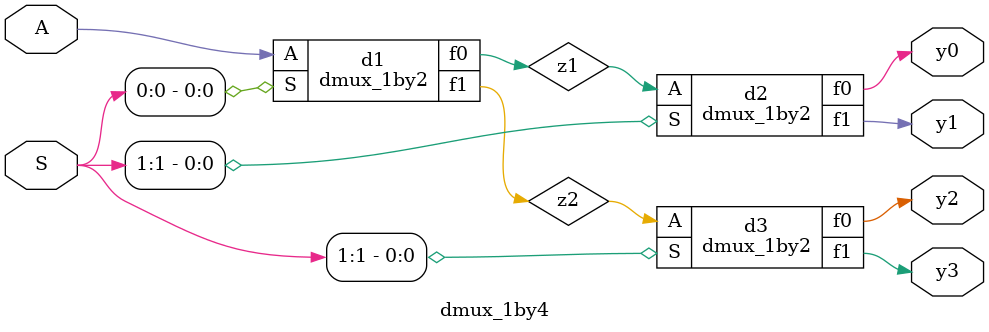
<source format=sv>

module dmux_1by2(
    input S, 
    input A, 
    output logic f0,f1
    );
    assign {f0, f1} = S ? {1'b0, A} : {A, 1'b0};
endmodule


//Day10
//1:4 demux using 1:2 demux
module dmux_1by4(
    input [1:0]S, 
    input A, 
    output logic y0, y1, y2, y3
    );
    logic z1, z2;
    dmux_1by2 d1(S[0], A, z1, z2);
    dmux_1by2 d2(S[1], z1, y0, y1);
    dmux_1by2 d3(S[1], z2, y2, y3);
endmodule


</source>
